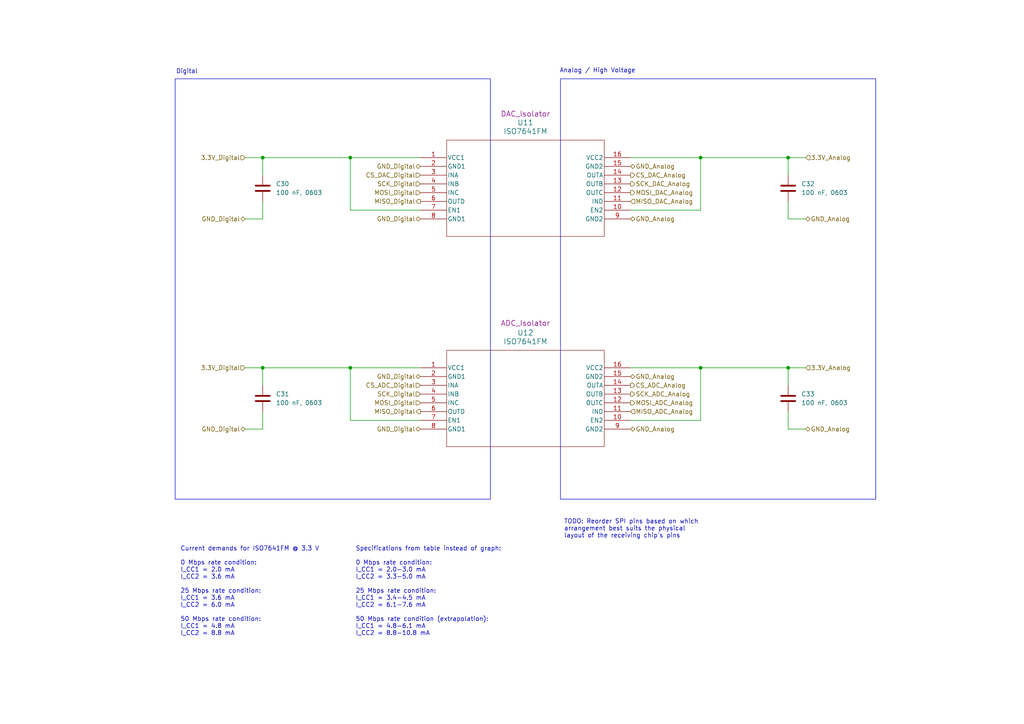
<source format=kicad_sch>
(kicad_sch (version 20250114) (generator "eeschema") (generator_version "9.0")
  (paper "A4")
  (lib_symbols
    (symbol "Device:C" (pin_numbers (hide yes)) (pin_names (offset 0.254))
      (property "Reference" "C" (at 0.635 2.54 0))
      (property "Value" "C" (at 0.635 -2.54 0))
      (symbol "C_0_1"
        (polyline (pts (xy -2.032 0.762) (xy 2.032 0.762)) (stroke (width 0.508)))
        (polyline (pts (xy -2.032 -0.762) (xy 2.032 -0.762)) (stroke (width 0.508)))
      )
      (symbol "C_1_1"
        (pin passive line (at 0 3.81 270) (length 2.794) (name "~") (number "1"))
        (pin passive line (at 0 -3.81 90) (length 2.794) (name "~") (number "2"))
      )
    )
    (symbol "ISO7641FM:ISO7641FMDW" (pin_names (offset 0.254))
      (property "Reference" "U" (at 30.48 10.16 0))
      (property "Value" "ISO7641FMDW" (at 30.48 7.62 0))
      (symbol "ISO7641FMDW_0_1"
        (polyline (pts (xy 7.62 5.08) (xy 7.62 -22.86)) (stroke (width 0.127)))
        (polyline (pts (xy 7.62 -22.86) (xy 53.34 -22.86)) (stroke (width 0.127)))
        (polyline (pts (xy 53.34 5.08) (xy 7.62 5.08)) (stroke (width 0.127)))
        (polyline (pts (xy 53.34 -22.86) (xy 53.34 5.08)) (stroke (width 0.127)))
        (pin power_in line (at 0 0 0) (length 7.62) (name "VCC1") (number "1"))
        (pin power_in line (at 0 -2.54 0) (length 7.62) (name "GND1") (number "2"))
        (pin input line (at 0 -5.08 0) (length 7.62) (name "INA") (number "3"))
        (pin input line (at 0 -7.62 0) (length 7.62) (name "INB") (number "4"))
        (pin input line (at 0 -10.16 0) (length 7.62) (name "INC") (number "5"))
        (pin output line (at 0 -12.7 0) (length 7.62) (name "OUTD") (number "6"))
        (pin unspecified line (at 0 -15.24 0) (length 7.62) (name "EN1") (number "7"))
        (pin power_in line (at 0 -17.78 0) (length 7.62) (name "GND1") (number "8"))
        (pin power_in line (at 60.96 0 180) (length 7.62) (name "VCC2") (number "16"))
        (pin power_in line (at 60.96 -2.54 180) (length 7.62) (name "GND2") (number "15"))
        (pin output line (at 60.96 -5.08 180) (length 7.62) (name "OUTA") (number "14"))
        (pin output line (at 60.96 -7.62 180) (length 7.62) (name "OUTB") (number "13"))
        (pin output line (at 60.96 -10.16 180) (length 7.62) (name "OUTC") (number "12"))
        (pin input line (at 60.96 -12.7 180) (length 7.62) (name "IND") (number "11"))
        (pin unspecified line (at 60.96 -15.24 180) (length 7.62) (name "EN2") (number "10"))
        (pin power_in line (at 60.96 -17.78 180) (length 7.62) (name "GND2") (number "9"))
      )
    )
  )
  (rectangle (start 50.8 22.86) (end 142.24 144.78))
  (rectangle (start 162.56 22.86) (end 254 144.78))
  (text "Analog / High Voltage" (at 162.306 19.812 0) (effects (font (size 1.27 1.27)) (justify left top)))
  (text "Specifications from table instead of graph:\n\n0 Mbps rate condition:\nI_CC1 = 2.0-3.0 mA\nI_CC2 = 3.3-5.0 mA\n\n25 Mbps rate condition:\nI_CC1 = 3.4-4.5 mA\nI_CC2 = 6.1-7.6 mA\n\n50 Mbps rate condition (extrapolation):\nI_CC1 = 4.8-6.1 mA\nI_CC2 = 8.8-10.8 mA" (at 103.124 158.496 0) (effects (font (size 1.27 1.27)) (justify left top)))
  (text "TODO: Reorder SPI pins based on which\narrangement best suits the physical\nlayout of the receiving chip's pins" (at 163.576 153.416 0) (effects (font (size 1.27 1.27)) (justify left)))
  (text "Digital" (at 51.054 20.066 0) (effects (font (size 1.27 1.27)) (justify left top)))
  (text "Current demands for ISO7641FM @ 3.3 V\n\n0 Mbps rate condition:\nI_CC1 = 2.0 mA\nI_CC2 = 3.6 mA\n\n25 Mbps rate condition:\nI_CC1 = 3.6 mA\nI_CC2 = 6.0 mA\n\n50 Mbps rate condition:\nI_CC1 = 4.8 mA\nI_CC2 = 8.8 mA" (at 52.324 158.496 0) (effects (font (size 1.27 1.27)) (justify left top)))
  (junction (at 101.6 45.72))
  (junction (at 203.2 106.68))
  (junction (at 228.6 45.72))
  (junction (at 76.2 106.68))
  (junction (at 76.2 45.72))
  (junction (at 203.2 45.72))
  (junction (at 228.6 106.68))
  (junction (at 101.6 106.68))
  (wire (pts (xy 182.88 121.92) (xy 203.2 121.92)))
  (wire (pts (xy 76.2 45.72) (xy 101.6 45.72)))
  (wire (pts (xy 228.6 119.38) (xy 228.6 124.46)))
  (wire (pts (xy 101.6 121.92) (xy 121.92 121.92)))
  (wire (pts (xy 228.6 50.8) (xy 228.6 45.72)))
  (wire (pts (xy 228.6 111.76) (xy 228.6 106.68)))
  (wire (pts (xy 101.6 106.68) (xy 101.6 121.92)))
  (wire (pts (xy 71.12 45.72) (xy 76.2 45.72)))
  (wire (pts (xy 182.88 60.96) (xy 203.2 60.96)))
  (wire (pts (xy 182.88 45.72) (xy 203.2 45.72)))
  (wire (pts (xy 203.2 106.68) (xy 203.2 121.92)))
  (wire (pts (xy 71.12 63.5) (xy 76.2 63.5)))
  (wire (pts (xy 101.6 60.96) (xy 121.92 60.96)))
  (wire (pts (xy 228.6 124.46) (xy 233.68 124.46)))
  (wire (pts (xy 228.6 63.5) (xy 233.68 63.5)))
  (wire (pts (xy 203.2 45.72) (xy 203.2 60.96)))
  (wire (pts (xy 228.6 45.72) (xy 233.68 45.72)))
  (wire (pts (xy 203.2 45.72) (xy 228.6 45.72)))
  (wire (pts (xy 203.2 106.68) (xy 228.6 106.68)))
  (wire (pts (xy 101.6 45.72) (xy 101.6 60.96)))
  (wire (pts (xy 71.12 106.68) (xy 76.2 106.68)))
  (wire (pts (xy 228.6 106.68) (xy 233.68 106.68)))
  (wire (pts (xy 76.2 58.42) (xy 76.2 63.5)))
  (wire (pts (xy 76.2 111.76) (xy 76.2 106.68)))
  (wire (pts (xy 76.2 106.68) (xy 101.6 106.68)))
  (wire (pts (xy 101.6 45.72) (xy 121.92 45.72)))
  (wire (pts (xy 101.6 106.68) (xy 121.92 106.68)))
  (wire (pts (xy 76.2 50.8) (xy 76.2 45.72)))
  (wire (pts (xy 182.88 106.68) (xy 203.2 106.68)))
  (wire (pts (xy 228.6 58.42) (xy 228.6 63.5)))
  (wire (pts (xy 76.2 119.38) (xy 76.2 124.46)))
  (wire (pts (xy 71.12 124.46) (xy 76.2 124.46)))
  (hierarchical_label "GND_Digital" (shape bidirectional) (at 71.12 124.46 180))
  (hierarchical_label "CS_DAC_Analog" (shape output) (at 182.88 50.8 0))
  (hierarchical_label "MISO_ADC_Analog" (shape input) (at 182.88 119.38 0))
  (hierarchical_label "GND_Analog" (shape bidirectional) (at 182.88 109.22 0))
  (hierarchical_label "MISO_Digital" (shape output) (at 121.92 58.42 180))
  (hierarchical_label "GND_Analog" (shape bidirectional) (at 233.68 63.5 0))
  (hierarchical_label "SCK_Digital" (shape input) (at 121.92 53.34 180))
  (hierarchical_label "MISO_DAC_Analog" (shape input) (at 182.88 58.42 0))
  (hierarchical_label "3.3V_Analog" (shape input) (at 233.68 45.72 0))
  (hierarchical_label "CS_ADC_Analog" (shape output) (at 182.88 111.76 0))
  (hierarchical_label "GND_Analog" (shape bidirectional) (at 233.68 124.46 0))
  (hierarchical_label "MOSI_ADC_Analog" (shape output) (at 182.88 116.84 0))
  (hierarchical_label "MOSI_DAC_Analog" (shape output) (at 182.88 55.88 0))
  (hierarchical_label "MISO_Digital" (shape output) (at 121.92 119.38 180))
  (hierarchical_label "GND_Digital" (shape bidirectional) (at 121.92 63.5 180))
  (hierarchical_label "CS_ADC_Digital" (shape input) (at 121.92 111.76 180))
  (hierarchical_label "MOSI_Digital" (shape input) (at 121.92 116.84 180))
  (hierarchical_label "3.3V_Analog" (shape input) (at 233.68 106.68 0))
  (hierarchical_label "SCK_Digital" (shape input) (at 121.92 114.3 180))
  (hierarchical_label "GND_Digital" (shape bidirectional) (at 71.12 63.5 180))
  (hierarchical_label "SCK_ADC_Analog" (shape output) (at 182.88 114.3 0))
  (hierarchical_label "3.3V_Digital" (shape input) (at 71.12 45.72 180))
  (hierarchical_label "GND_Digital" (shape bidirectional) (at 121.92 109.22 180))
  (hierarchical_label "CS_DAC_Digital" (shape input) (at 121.92 50.8 180))
  (hierarchical_label "3.3V_Digital" (shape input) (at 71.12 106.68 180))
  (hierarchical_label "SCK_DAC_Analog" (shape output) (at 182.88 53.34 0))
  (hierarchical_label "GND_Digital" (shape bidirectional) (at 121.92 124.46 180))
  (hierarchical_label "GND_Analog" (shape bidirectional) (at 182.88 48.26 0))
  (hierarchical_label "GND_Analog" (shape bidirectional) (at 182.88 124.46 0))
  (hierarchical_label "MOSI_Digital" (shape input) (at 121.92 55.88 180))
  (hierarchical_label "GND_Analog" (shape bidirectional) (at 182.88 63.5 0))
  (hierarchical_label "GND_Digital" (shape bidirectional) (at 121.92 48.26 180))
  (symbol (lib_id "Device:C") (at 76.2 54.61 0) (unit 1)
    (property "Reference" "C30" (at 80.01 53.3399 0) (effects (justify left)))
    (property "Value" "100 nF, 0603" (at 80.01 55.8799 0) (effects (justify left)))
    (property "Description" "Unpolarized capacitor" (effects (hide yes)))
    (property "Purchase Link" "https://www.digikey.com/en/products/detail/murata-electronics/GRM188R72A104KA35D/702549" (effects (hide yes)))
  )
  (symbol (lib_id "ISO7641FM:ISO7641FMDW") (at 121.92 106.68 0) (unit 1)
    (property "Reference" "U12" (at 152.4 96.52 0) (effects (font (size 1.524 1.524))))
    (property "Value" "ISO7641FM" (at 152.4 99.06 0) (effects (font (size 1.524 1.524))))
    (property "Datasheet" "https://www.ti.com/lit/gpn/iso7641fm" (effects (hide yes)))
    (property "Description" "ADC_Isolator" (at 152.4 93.726 0) (effects (font (size 1.524 1.524))))
    (property "Purchase Link" "https://www.digikey.com/en/products/detail/texas-instruments/ISO7641FMDWR/2799299" (effects (hide yes)))
  )
  (symbol (lib_id "Device:C") (at 76.2 115.57 0) (unit 1)
    (property "Reference" "C31" (at 80.01 114.2999 0) (effects (justify left)))
    (property "Value" "100 nF, 0603" (at 80.01 116.8399 0) (effects (justify left)))
    (property "Description" "Unpolarized capacitor" (effects (hide yes)))
    (property "Purchase Link" "https://www.digikey.com/en/products/detail/murata-electronics/GRM188R72A104KA35D/702549" (effects (hide yes)))
  )
  (symbol (lib_id "Device:C") (at 228.6 54.61 0) (unit 1)
    (property "Reference" "C32" (at 232.41 53.3399 0) (effects (justify left)))
    (property "Value" "100 nF, 0603" (at 232.41 55.8799 0) (effects (justify left)))
    (property "Description" "Unpolarized capacitor" (effects (hide yes)))
    (property "Purchase Link" "https://www.digikey.com/en/products/detail/murata-electronics/GRM188R72A104KA35D/702549" (effects (hide yes)))
  )
  (symbol (lib_id "ISO7641FM:ISO7641FMDW") (at 121.92 45.72 0) (unit 1)
    (property "Reference" "U11" (at 152.4 35.56 0) (effects (font (size 1.524 1.524))))
    (property "Value" "ISO7641FM" (at 152.4 38.1 0) (effects (font (size 1.524 1.524))))
    (property "Datasheet" "https://www.ti.com/lit/gpn/iso7641fm" (effects (hide yes)))
    (property "Description" "DAC_Isolator" (at 152.4 33.02 0) (effects (font (size 1.524 1.524))))
    (property "Purchase Link" "https://www.digikey.com/en/products/detail/texas-instruments/ISO7641FMDWR/2799299" (effects (hide yes)))
  )
  (symbol (lib_id "Device:C") (at 228.6 115.57 0) (unit 1)
    (property "Reference" "C33" (at 232.41 114.2999 0) (effects (justify left)))
    (property "Value" "100 nF, 0603" (at 232.41 116.8399 0) (effects (justify left)))
    (property "Description" "Unpolarized capacitor" (effects (hide yes)))
    (property "Purchase Link" "https://www.digikey.com/en/products/detail/murata-electronics/GRM188R72A104KA35D/702549" (effects (hide yes)))
  )
)
</source>
